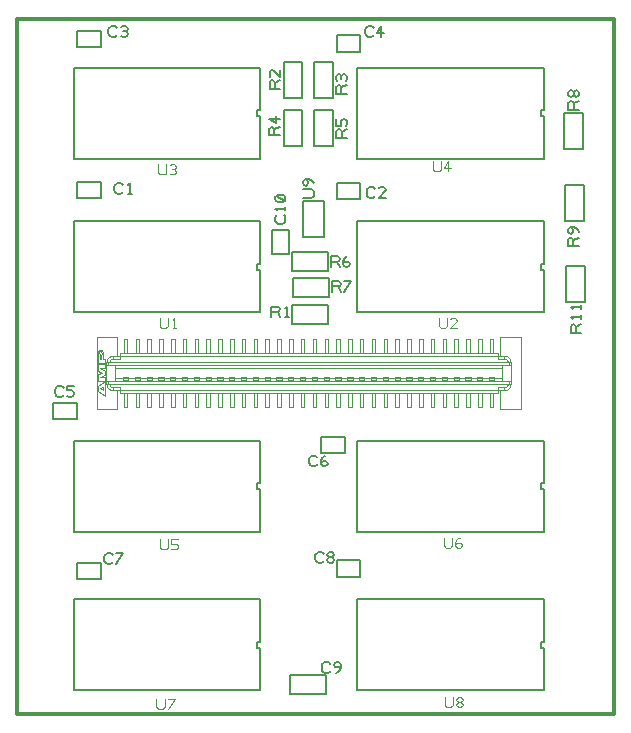
<source format=gbr>
G04 GENERATED BY PULSONIX 10.0 GERBER.DLL 7250*
G04 #@! TF.GenerationSoftware,Pulsonix,Pulsonix,10.0.7250*
G04 #@! TF.CreationDate,2019-09-19T08:44:45--1:00*
G04 #@! TF.Part,Single*
%FSLAX25Y25*%
%LPD*%
%MOIN*%
G04 #@! TF.FileFunction,Legend,Top*
G04 #@! TF.FilePolarity,Positive*
%ADD86C,0.00500*%
G04 #@! TA.AperFunction,NonMaterial*
%ADD89C,0.00500*%
%ADD92C,0.00787*%
G04 #@! TA.AperFunction,Profile*
%ADD117C,0.01200*%
G04 #@! TA.AperFunction,NonMaterial*
%ADD119C,0.00001*%
G04 #@! TD.AperFunction*
%ADD138C,0.00394*%
X0Y0D02*
D02*
D86*
X-81674Y71471D02*
X-81968Y71176D01*
X-82557Y70882*
X-83439*
X-84027Y71176*
X-84321Y71471*
X-84615Y72059*
Y73235*
X-84321Y73824*
X-84027Y74118*
X-83439Y74412*
X-82557*
X-81968Y74118*
X-81674Y73824*
X-80565Y71176D02*
X-79977Y70882D01*
X-79095*
X-78507Y71176*
X-78212Y71765*
Y72059*
X-78507Y72647*
X-79095Y72941*
X-80565*
Y74412*
X-78212*
X-65169Y15644D02*
X-65463Y15350D01*
X-66051Y15056*
X-66934*
X-67522Y15350*
X-67816Y15644*
X-68110Y16232*
Y17409*
X-67816Y17997*
X-67522Y18291*
X-66934Y18585*
X-66051*
X-65463Y18291*
X-65169Y17997*
X-64060Y15056D02*
X-61707Y18585D01*
X-64060*
X-63791Y191431D02*
X-64085Y191137D01*
X-64673Y190843*
X-65556*
X-66144Y191137*
X-66438Y191431*
X-66732Y192019*
Y193196*
X-66438Y193784*
X-66144Y194078*
X-65556Y194372*
X-64673*
X-64085Y194078*
X-63791Y193784*
X-62388Y191137D02*
X-61800Y190843D01*
X-61212*
X-60623Y191137*
X-60329Y191725*
X-60623Y192314*
X-61212Y192608*
X-61800*
X-61212D02*
X-60623Y192902D01*
X-60329Y193490*
X-60623Y194078*
X-61212Y194372*
X-61800*
X-62388Y194078*
X-61823Y139069D02*
X-62117Y138775D01*
X-62705Y138481*
X-63587*
X-64176Y138775*
X-64470Y139069*
X-64764Y139657*
Y140834*
X-64470Y141422*
X-64176Y141716*
X-63587Y142010*
X-62705*
X-62117Y141716*
X-61823Y141422*
X-60126Y138481D02*
X-58949Y138481D01*
X-59537D02*
X-59537Y142010D01*
X-60126Y141422*
X-9662Y157904D02*
X-13191Y157904D01*
Y159963*
X-12897Y160551*
X-12309Y160846*
X-11721Y160551*
X-11427Y159963*
Y157904*
Y159963D02*
X-9662Y160846D01*
Y163425D02*
X-13191Y163425D01*
X-10838Y161954*
Y164307*
X-9465Y173456D02*
X-12994Y173456D01*
Y175514*
X-12700Y176103*
X-12112Y176397*
X-11524Y176103*
X-11230Y175514*
Y173456*
Y175514D02*
X-9465Y176397D01*
Y179858D02*
X-9465Y177506D01*
X-11524Y179564*
X-12112Y179858*
X-12700Y179564*
X-12994Y178976*
Y178094*
X-12700Y177506*
X-12402Y97339D02*
X-12402Y100868D01*
X-10343*
X-9755Y100574*
X-9460Y99986*
X-9755Y99398*
X-10343Y99104*
X-12402*
X-10343D02*
X-9460Y97339D01*
X-7763D02*
X-6587Y97339D01*
X-7175D02*
X-7175Y100868D01*
X-7763Y100280*
X-8282Y131264D02*
X-7987Y130970D01*
X-7693Y130382*
Y129500*
X-7987Y128911*
X-8282Y128617*
X-8870Y128323*
X-10046*
X-10635Y128617*
X-10929Y128911*
X-11223Y129500*
Y130382*
X-10929Y130970*
X-10635Y131264*
X-7693Y132961D02*
X-7693Y134138D01*
Y133550D02*
X-11223Y133550D01*
X-10635Y132961*
X-7987Y136067D02*
X-7693Y136656D01*
Y137244*
X-7987Y137832*
X-8576Y138126*
X-10340*
X-10929Y137832*
X-11223Y137244*
Y136656*
X-10929Y136067*
X-10340Y135773*
X-8576*
X-7987Y136067*
X-10929Y137832*
X-1853Y137008D02*
X794Y137008D01*
X1383Y137302*
X1677Y137890*
Y139067*
X1383Y139655*
X794Y139949*
X-1853*
X1677Y141940D02*
X1383Y142528D01*
X794Y143117*
X-88Y143411*
X-970*
X-1559Y143117*
X-1853Y142528*
Y141940*
X-1559Y141352*
X-970Y141058*
X-382Y141352*
X-88Y141940*
Y142528*
X-382Y143117*
X-970Y143411*
X7272Y-20577D02*
X6978Y-20871D01*
X6390Y-21165*
X5507*
X4919Y-20871*
X4625Y-20577*
X4331Y-19988*
Y-18812*
X4625Y-18224*
X4919Y-17930*
X5507Y-17635*
X6390*
X6978Y-17930*
X7272Y-18224*
X9263Y-21165D02*
X9851Y-20871D01*
X10440Y-20283*
X10734Y-19400*
Y-18518*
X10440Y-17930*
X9851Y-17635*
X9263*
X8675Y-17930*
X8381Y-18518*
X8675Y-19106*
X9263Y-19400*
X9851*
X10440Y-19106*
X10734Y-18518*
X2971Y48242D02*
X2677Y47948D01*
X2089Y47654*
X1207*
X619Y47948*
X324Y48242*
X30Y48830*
Y50007*
X324Y50595*
X619Y50889*
X1207Y51183*
X2089*
X2677Y50889*
X2971Y50595*
X4080Y48536D02*
X4374Y49125D01*
X4963Y49419*
X5551*
X6139Y49125*
X6433Y48536*
X6139Y47948*
X5551Y47654*
X4963*
X4374Y47948*
X4080Y48536*
Y49419*
X4374Y50301*
X4963Y50889*
X5551Y51183*
X12779Y157117D02*
X9250Y157117D01*
Y159176*
X9544Y159764*
X10132Y160058*
X10720Y159764*
X11014Y159176*
Y157117*
Y159176D02*
X12779Y160058D01*
X12485Y161167D02*
X12779Y161755D01*
Y162638*
X12485Y163226*
X11897Y163520*
X11603*
X11014Y163226*
X10720Y162638*
Y161167*
X9250*
Y163520*
X5137Y16156D02*
X4843Y15861D01*
X4254Y15567*
X3372*
X2784Y15861*
X2490Y16156*
X2196Y16744*
Y17920*
X2490Y18509*
X2784Y18803*
X3372Y19097*
X4254*
X4843Y18803*
X5137Y18509*
X7128Y17332D02*
X7716Y17332D01*
X8304Y17626*
X8599Y18214*
X8304Y18803*
X7716Y19097*
X7128*
X6540Y18803*
X6246Y18214*
X6540Y17626*
X7128Y17332*
X6540Y17038*
X6246Y16450*
X6540Y15861*
X7128Y15567*
X7716*
X8304Y15861*
X8599Y16450*
X8304Y17038*
X7716Y17332*
X12740Y171890D02*
X9210Y171890D01*
Y173949*
X9504Y174537*
X10093Y174831*
X10681Y174537*
X10975Y173949*
Y171890*
Y173949D02*
X12740Y174831D01*
X12446Y176234D02*
X12740Y176822D01*
Y177410*
X12446Y177999*
X11857Y178293*
X11269Y177999*
X10975Y177410*
Y176822*
Y177410D02*
X10681Y177999D01*
X10093Y178293*
X9504Y177999*
X9210Y177410*
Y176822*
X9504Y176234*
X7412Y114130D02*
X7412Y117660D01*
X9471*
X10059Y117366*
X10353Y116777*
X10059Y116189*
X9471Y115895*
X7412*
X9471D02*
X10353Y114130D01*
X11462Y115013D02*
X11756Y115601D01*
X12345Y115895*
X12933*
X13521Y115601*
X13815Y115013*
X13521Y114424*
X12933Y114130*
X12345*
X11756Y114424*
X11462Y115013*
Y115895*
X11756Y116777*
X12345Y117366*
X12933Y117660*
X7707Y105823D02*
X7707Y109353D01*
X9766*
X10355Y109059*
X10649Y108470*
X10355Y107882*
X9766Y107588*
X7707*
X9766D02*
X10649Y105823D01*
X11757D02*
X14110Y109353D01*
X11757*
X21672Y191352D02*
X21378Y191058D01*
X20790Y190764*
X19908*
X19319Y191058*
X19025Y191352*
X18731Y191941*
Y193117*
X19025Y193705*
X19319Y194000*
X19908Y194294*
X20790*
X21378Y194000*
X21672Y193705*
X24252Y190764D02*
X24252Y194294D01*
X22781Y191941*
X25134*
X22263Y137809D02*
X21969Y137515D01*
X21380Y137221*
X20498*
X19910Y137515*
X19616Y137809*
X19322Y138397*
Y139574*
X19616Y140162*
X19910Y140456*
X20498Y140750*
X21380*
X21969Y140456*
X22263Y140162*
X25725Y137221D02*
X23372Y137221D01*
X25430Y139280*
X25725Y139868*
X25430Y140456*
X24842Y140750*
X23960*
X23372Y140456*
X89984Y120936D02*
X86454Y120936D01*
Y122995*
X86749Y123583*
X87337Y123877*
X87925Y123583*
X88219Y122995*
Y120936*
Y122995D02*
X89984Y123877D01*
Y125868D02*
X89690Y126456D01*
X89101Y127045*
X88219Y127339*
X87337*
X86749Y127045*
X86454Y126456*
Y125868*
X86749Y125280*
X87337Y124986*
X87925Y125280*
X88219Y125868*
Y126456*
X87925Y127045*
X87337Y127339*
X90141Y166566D02*
X86612Y166566D01*
Y168625*
X86906Y169213*
X87494Y169507*
X88082Y169213*
X88377Y168625*
Y166566*
Y168625D02*
X90141Y169507D01*
X88377Y171498D02*
X88377Y172086D01*
X88082Y172675*
X87494Y172969*
X86906Y172675*
X86612Y172086*
Y171498*
X86906Y170910*
X87494Y170616*
X88082Y170910*
X88377Y171498*
X88671Y170910*
X89259Y170616*
X89847Y170910*
X90141Y171498*
Y172086*
X89847Y172675*
X89259Y172969*
X88671Y172675*
X88377Y172086*
X90929Y92103D02*
X87399Y92103D01*
Y94162*
X87693Y94750*
X88282Y95044*
X88870Y94750*
X89164Y94162*
Y92103*
Y94162D02*
X90929Y95044D01*
Y96741D02*
X90929Y97917D01*
Y97329D02*
X87399Y97329D01*
X87987Y96741*
X90929Y100141D02*
X90929Y101317D01*
Y100729D02*
X87399Y100729D01*
X87987Y100141*
D02*
D89*
X-77318Y68879D02*
X-85280D01*
Y63405*
X-77318*
Y68879*
X-77288Y10078D02*
X-69326D01*
Y15552*
X-77288*
Y10078*
Y137046D02*
X-69326D01*
Y142520*
X-77288*
Y137046*
Y187243D02*
X-69326D01*
Y192717*
X-77288*
Y187243*
X-12068Y126442D02*
Y118480D01*
X-6594*
Y126442*
X-12068*
X-8351Y166461D02*
Y154445D01*
X-2043*
Y166461*
X-8351*
Y182406D02*
Y170390D01*
X-2043*
Y182406*
X-8351*
X-6087Y-28134D02*
X5929D01*
Y-21826*
X-6087*
Y-28134*
X1689Y182406D02*
Y170390D01*
X7997*
Y182406*
X1689*
X1885Y166264D02*
Y154248D01*
X8193*
Y166264*
X1885*
X5138Y124232D02*
Y136044D01*
X-1752*
Y124232*
X5138*
X6520Y101402D02*
X-5496D01*
Y95094*
X6520*
Y101402*
Y119119D02*
X-5496D01*
Y112811*
X6520*
Y119119*
X6717Y110457D02*
X-5299D01*
Y104149*
X6717*
Y110457*
X12170Y57481D02*
X4208D01*
Y52007*
X12170*
Y57481*
X17288Y16339D02*
X9326D01*
Y10865*
X17288*
Y16339*
Y142127D02*
X9326D01*
Y136653*
X17288*
Y142127*
Y191339D02*
X9326D01*
Y185865*
X17288*
Y191339*
X85153Y165476D02*
Y153461D01*
X91461*
Y165476*
X85153*
X85547Y141264D02*
Y129248D01*
X91855*
Y141264*
X85547*
X85940Y114492D02*
Y102476D01*
X92249*
Y114492*
X85940*
D02*
D92*
X-16161Y-26969D02*
X-78327D01*
Y3346*
X-16161*
Y-10827*
X-17146*
Y-12795*
X-16161*
Y-26969*
Y25787D02*
X-78327D01*
Y56102*
X-16161*
Y41929*
X-17146*
Y39961*
X-16161*
Y25787*
Y99016D02*
X-78327D01*
Y129331*
X-16161*
Y115157*
X-17146*
Y113189*
X-16161*
Y99016*
Y150197D02*
X-78327D01*
Y180512*
X-16161*
Y166339*
X-17146*
Y164370*
X-16161*
Y150197*
X78327Y-26969D02*
X16161D01*
Y3346*
X78327*
Y-10827*
X77343*
Y-12795*
X78327*
Y-26969*
Y25787D02*
X16161D01*
Y56102*
X78327*
Y41929*
X77343*
Y39961*
X78327*
Y25787*
Y99016D02*
X16161D01*
Y129331*
X78327*
Y115157*
X77343*
Y113189*
X78327*
Y99016*
Y150197D02*
X16161D01*
Y180512*
X78327*
Y166339*
X77343*
Y164370*
X78327*
Y150197*
D02*
D117*
X-97244Y196654D02*
X101969D01*
Y-34843*
X-97244*
Y196654*
D02*
D119*
X-70669Y90650D02*
Y66831D01*
X-70315Y72602D02*
X-67717Y71161D01*
X-70315Y74565D02*
Y72602D01*
Y76087D02*
X-67717D01*
X-70315Y78346D02*
Y76087D01*
Y79431D02*
X-68971Y78889D01*
X-70315Y81690D02*
Y79431D01*
Y82080D02*
X-67717D01*
X-70315Y84720D02*
Y82080D01*
Y84720D02*
X-70295Y85190D01*
X-70279Y85332D02*
X-70180Y85791D01*
X-70075Y86034D02*
X-69935Y86227D01*
X-69828Y86320D02*
X-69393Y86449D01*
X-69587Y83515D02*
Y84720D01*
X-69393Y73576D02*
X-68647Y73931D01*
X-69393Y77516D02*
X-67717Y78225D01*
X-69393Y80261D02*
X-67717D01*
X-69393Y86449D02*
X-70315Y84720D01*
X-69393Y86449D02*
X-68958Y86318D01*
X-69200Y83515D02*
X-69587D01*
X-69200Y84720D02*
X-69215Y84794D01*
X-69257Y84856*
X-69320Y84898*
X-69393Y84913*
X-69467Y84898*
X-69530Y84856*
X-69572Y84794*
X-69587Y84720*
X-69200D02*
Y83515D01*
X-68971Y78889D02*
X-70315Y78346D01*
X-68851Y86224D02*
X-68715Y86035D01*
X-68647Y73228D02*
X-69393Y73576D01*
X-68647Y73931D02*
Y73228D01*
X-68610Y85792D02*
X-68511Y85332D01*
X-68495Y85186D02*
X-68475Y84720D01*
Y83515D02*
Y84720D01*
X-69393Y86449*
X-67992Y72923D02*
Y74242D01*
X-67717Y74373*
Y71161D02*
Y72794D01*
X-67992Y72923*
X-67717Y74373D02*
Y76005D01*
X-70315Y74565*
X-67717Y76087D02*
Y77516D01*
X-69393*
X-67717Y78225D02*
Y79552D01*
X-69393Y80261*
X-67717D02*
Y81690D01*
X-70315*
X-67717Y82080D02*
Y83515D01*
X-68475*
X-67362Y75157D02*
X-67349Y74915D01*
X-67308Y74676*
X-67241Y74442*
X-67148Y74218*
X-67030Y74005*
X-66890Y73807*
X-66728Y73626*
X-66547Y73465*
X-66349Y73324*
X-66136Y73207*
X-65912Y73114*
X-65679Y73046*
X-65439Y73006*
X-65197Y72992*
X-67362Y76024D02*
Y75157D01*
Y76024D02*
X-67165D01*
X-67362Y81457D02*
Y76024D01*
Y82323D02*
Y81457D01*
X-67165Y76024D02*
X67165D01*
X-67165Y81457D02*
X-66378Y82244D01*
X-67165Y81457D02*
X-67362D01*
X-66378Y75157D02*
X-67362D01*
X-66378D02*
X-66363Y74973D01*
X-66320Y74792*
X-66249Y74621*
X-66152Y74463*
X-66032Y74322*
X-65891Y74202*
X-65733Y74105*
X-65562Y74034*
X-65382Y73991*
X-65197Y73976*
X-66378Y75236D02*
X66378D01*
X-66378D02*
X-67165Y76024D01*
X-66378Y75236D02*
Y75157D01*
Y82323D02*
X-67362D01*
X-66378D02*
Y82244D01*
X-65197Y72992D02*
X-62992D01*
X-65197Y73976D02*
Y72992D01*
Y73976D02*
X-62992D01*
X-65197Y83504D02*
Y84488D01*
Y83504D02*
X-65382Y83489D01*
X-65562Y83446*
X-65733Y83375*
X-65891Y83278*
X-66032Y83158*
X-66152Y83017*
X-66249Y82859*
X-66320Y82688*
X-66363Y82508*
X-66378Y82323*
X-65197Y84488D02*
X-65439Y84475D01*
X-65679Y84434*
X-65912Y84367*
X-66136Y84274*
X-66349Y84156*
X-66547Y84016*
X-66728Y83854*
X-66890Y83673*
X-67030Y83475*
X-67148Y83262*
X-67241Y83038*
X-67308Y82805*
X-67349Y82565*
X-67362Y82323*
X-64567Y76024D02*
Y81457D01*
Y77180D02*
X-61890D01*
X-64567Y80300D02*
X64567D01*
X-63780Y66831D02*
X-70669D01*
X-63780Y72992D02*
Y66831D01*
Y90650D02*
Y84488D01*
Y90650D02*
X-70669D01*
X-62992Y71949D02*
X62992D01*
X-62992D02*
Y72933D01*
X62992*
X-62992Y73976D02*
Y72933D01*
Y83504D02*
X-65197D01*
X-62992Y84488D02*
X-65197D01*
X-62992Y84547D02*
Y85531D01*
Y84547D02*
Y83504D01*
X-61890Y76376D02*
X-60157D01*
X-61890D02*
Y76024D01*
Y77099D02*
X-60157D01*
X-61890D02*
Y76376D01*
Y77559D02*
X-60157D01*
X-61890D02*
Y77099D01*
X-61614Y67309D02*
X-60433D01*
X-61614Y71949D02*
Y67309D01*
Y90171D02*
X-60433D01*
X-61614D02*
Y85531D01*
X-60433Y71949D02*
Y67309D01*
Y90171D02*
Y85531D01*
X-60157Y76376D02*
Y76024D01*
Y77099D02*
Y76376D01*
Y77180D02*
X-57953D01*
X-60157Y77559D02*
Y77099D01*
X-57953Y76376D02*
X-56220D01*
X-57953D02*
Y76024D01*
Y77099D02*
X-56220D01*
X-57953D02*
Y76376D01*
Y77559D02*
X-56220D01*
X-57953D02*
Y77099D01*
X-57677Y67309D02*
X-56496D01*
X-57677Y71949D02*
Y67309D01*
Y90171D02*
X-56496D01*
X-57677D02*
Y85531D01*
X-56496Y71949D02*
Y67309D01*
Y90171D02*
Y85531D01*
X-56220Y76376D02*
Y76024D01*
Y77099D02*
Y76376D01*
Y77180D02*
X-54016D01*
X-56220Y77559D02*
Y77099D01*
X-54016Y76376D02*
X-52283D01*
X-54016D02*
Y76024D01*
Y77099D02*
X-52283D01*
X-54016D02*
Y76376D01*
Y77559D02*
X-52283D01*
X-54016D02*
Y77099D01*
X-53740Y67309D02*
X-52559D01*
X-53740Y71949D02*
Y67309D01*
Y90171D02*
X-52559D01*
X-53740D02*
Y85531D01*
X-52559Y71949D02*
Y67309D01*
Y90171D02*
Y85531D01*
X-52283Y76376D02*
Y76024D01*
Y77099D02*
Y76376D01*
Y77180D02*
X-50079D01*
X-52283Y77559D02*
Y77099D01*
X-50079Y76376D02*
X-48346D01*
X-50079D02*
Y76024D01*
Y77099D02*
X-48346D01*
X-50079D02*
Y76376D01*
Y77559D02*
X-48346D01*
X-50079D02*
Y77099D01*
X-49803Y67309D02*
X-48622D01*
X-49803Y71949D02*
Y67309D01*
Y90171D02*
X-48622D01*
X-49803D02*
Y85531D01*
X-48622Y71949D02*
Y67309D01*
Y90171D02*
Y85531D01*
X-48346Y76376D02*
Y76024D01*
Y77099D02*
Y76376D01*
Y77180D02*
X-46142D01*
X-48346Y77559D02*
Y77099D01*
X-46142Y76376D02*
X-44409D01*
X-46142D02*
Y76024D01*
Y77099D02*
X-44409D01*
X-46142D02*
Y76376D01*
Y77559D02*
X-44409D01*
X-46142D02*
Y77099D01*
X-45866Y67309D02*
X-44685D01*
X-45866Y71949D02*
Y67309D01*
Y90171D02*
X-44685D01*
X-45866D02*
Y85531D01*
X-44685Y71949D02*
Y67309D01*
Y90171D02*
Y85531D01*
X-44409Y76376D02*
Y76024D01*
Y77099D02*
Y76376D01*
Y77180D02*
X-42205D01*
X-44409Y77559D02*
Y77099D01*
X-42205Y76376D02*
X-40472D01*
X-42205D02*
Y76024D01*
Y77099D02*
X-40472D01*
X-42205D02*
Y76376D01*
Y77559D02*
X-40472D01*
X-42205D02*
Y77099D01*
X-41929Y67309D02*
X-40748D01*
X-41929Y71949D02*
Y67309D01*
Y90171D02*
X-40748D01*
X-41929D02*
Y85531D01*
X-40748Y71949D02*
Y67309D01*
Y90171D02*
Y85531D01*
X-40472Y76376D02*
Y76024D01*
Y77099D02*
Y76376D01*
Y77180D02*
X-38268D01*
X-40472Y77559D02*
Y77099D01*
X-38268Y76376D02*
X-36535D01*
X-38268D02*
Y76024D01*
Y77099D02*
X-36535D01*
X-38268D02*
Y76376D01*
Y77559D02*
X-36535D01*
X-38268D02*
Y77099D01*
X-37992Y67309D02*
X-36811D01*
X-37992Y71949D02*
Y67309D01*
Y90171D02*
X-36811D01*
X-37992D02*
Y85531D01*
X-36811Y71949D02*
Y67309D01*
Y90171D02*
Y85531D01*
X-36535Y76376D02*
Y76024D01*
Y77099D02*
Y76376D01*
Y77180D02*
X-34331D01*
X-36535Y77559D02*
Y77099D01*
X-34331Y76376D02*
X-32598D01*
X-34331D02*
Y76024D01*
Y77099D02*
X-32598D01*
X-34331D02*
Y76376D01*
Y77559D02*
X-32598D01*
X-34331D02*
Y77099D01*
X-34055Y67309D02*
X-32874D01*
X-34055Y71949D02*
Y67309D01*
Y90171D02*
X-32874D01*
X-34055D02*
Y85531D01*
X-32874Y71949D02*
Y67309D01*
Y90171D02*
Y85531D01*
X-32598Y76376D02*
Y76024D01*
Y77099D02*
Y76376D01*
Y77180D02*
X-30394D01*
X-32598Y77559D02*
Y77099D01*
X-30394Y76376D02*
X-28661D01*
X-30394D02*
Y76024D01*
Y77099D02*
X-28661D01*
X-30394D02*
Y76376D01*
Y77559D02*
X-28661D01*
X-30394D02*
Y77099D01*
X-30118Y67309D02*
X-28937D01*
X-30118Y71949D02*
Y67309D01*
Y90171D02*
X-28937D01*
X-30118D02*
Y85531D01*
X-28937Y71949D02*
Y67309D01*
Y90171D02*
Y85531D01*
X-28661Y76376D02*
Y76024D01*
Y77099D02*
Y76376D01*
Y77180D02*
X-26457D01*
X-28661Y77559D02*
Y77099D01*
X-26457Y76376D02*
X-24724D01*
X-26457D02*
Y76024D01*
Y77099D02*
X-24724D01*
X-26457D02*
Y76376D01*
Y77559D02*
X-24724D01*
X-26457D02*
Y77099D01*
X-26181Y67309D02*
X-25000D01*
X-26181Y71949D02*
Y67309D01*
Y90171D02*
X-25000D01*
X-26181D02*
Y85531D01*
X-25000Y71949D02*
Y67309D01*
Y90171D02*
Y85531D01*
X-24724Y76376D02*
Y76024D01*
Y77099D02*
Y76376D01*
Y77180D02*
X-22520D01*
X-24724Y77559D02*
Y77099D01*
X-22520Y76376D02*
X-20787D01*
X-22520D02*
Y76024D01*
Y77099D02*
X-20787D01*
X-22520D02*
Y76376D01*
Y77559D02*
X-20787D01*
X-22520D02*
Y77099D01*
X-22244Y67309D02*
X-21063D01*
X-22244Y71949D02*
Y67309D01*
Y90171D02*
X-21063D01*
X-22244D02*
Y85531D01*
X-21063Y71949D02*
Y67309D01*
Y90171D02*
Y85531D01*
X-20787Y76376D02*
Y76024D01*
Y77099D02*
Y76376D01*
Y77180D02*
X-18583D01*
X-20787Y77559D02*
Y77099D01*
X-18583Y76376D02*
X-16850D01*
X-18583D02*
Y76024D01*
Y77099D02*
X-16850D01*
X-18583D02*
Y76376D01*
Y77559D02*
X-16850D01*
X-18583D02*
Y77099D01*
X-18307Y67309D02*
X-17126D01*
X-18307Y71949D02*
Y67309D01*
Y90171D02*
X-17126D01*
X-18307D02*
Y85531D01*
X-17126Y71949D02*
Y67309D01*
Y90171D02*
Y85531D01*
X-16850Y76376D02*
Y76024D01*
Y77099D02*
Y76376D01*
Y77180D02*
X-14646D01*
X-16850Y77559D02*
Y77099D01*
X-14646Y76376D02*
X-12913D01*
X-14646D02*
Y76024D01*
Y77099D02*
X-12913D01*
X-14646D02*
Y76376D01*
Y77559D02*
X-12913D01*
X-14646D02*
Y77099D01*
X-14370Y67309D02*
X-13189D01*
X-14370Y71949D02*
Y67309D01*
Y90171D02*
X-13189D01*
X-14370D02*
Y85531D01*
X-13189Y71949D02*
Y67309D01*
Y90171D02*
Y85531D01*
X-12913Y76376D02*
Y76024D01*
Y77099D02*
Y76376D01*
Y77180D02*
X-10709D01*
X-12913Y77559D02*
Y77099D01*
X-10709Y76376D02*
X-8976D01*
X-10709D02*
Y76024D01*
Y77099D02*
X-8976D01*
X-10709D02*
Y76376D01*
Y77559D02*
X-8976D01*
X-10709D02*
Y77099D01*
X-10433Y67309D02*
X-9252D01*
X-10433Y71949D02*
Y67309D01*
Y90171D02*
X-9252D01*
X-10433D02*
Y85531D01*
X-9252Y71949D02*
Y67309D01*
Y90171D02*
Y85531D01*
X-8976Y76376D02*
Y76024D01*
Y77099D02*
Y76376D01*
Y77180D02*
X-6772D01*
X-8976Y77559D02*
Y77099D01*
X-6772Y76376D02*
X-5039D01*
X-6772D02*
Y76024D01*
Y77099D02*
X-5039D01*
X-6772D02*
Y76376D01*
Y77559D02*
X-5039D01*
X-6772D02*
Y77099D01*
X-6496Y67309D02*
X-5315D01*
X-6496Y71949D02*
Y67309D01*
Y90171D02*
X-5315D01*
X-6496D02*
Y85531D01*
X-5315Y71949D02*
Y67309D01*
Y90171D02*
Y85531D01*
X-5039Y76376D02*
Y76024D01*
Y77099D02*
Y76376D01*
Y77180D02*
X-2835D01*
X-5039Y77559D02*
Y77099D01*
X-2835Y76376D02*
X-1102D01*
X-2835D02*
Y76024D01*
Y77099D02*
X-1102D01*
X-2835D02*
Y76376D01*
Y77559D02*
X-1102D01*
X-2835D02*
Y77099D01*
X-2559Y67309D02*
X-1378D01*
X-2559Y71949D02*
Y67309D01*
Y90171D02*
X-1378D01*
X-2559D02*
Y85531D01*
X-1378Y71949D02*
Y67309D01*
Y90171D02*
Y85531D01*
X-1102Y76376D02*
Y76024D01*
Y77099D02*
Y76376D01*
Y77180D02*
X1102D01*
X-1102Y77559D02*
Y77099D01*
X1102Y76376D02*
X2835D01*
X1102D02*
Y76024D01*
Y77099D02*
X2835D01*
X1102D02*
Y76376D01*
Y77559D02*
X2835D01*
X1102D02*
Y77099D01*
X1378Y67309D02*
X2559D01*
X1378Y71949D02*
Y67309D01*
Y90171D02*
X2559D01*
X1378D02*
Y85531D01*
X2559Y71949D02*
Y67309D01*
Y90171D02*
Y85531D01*
X2835Y76376D02*
Y76024D01*
Y77099D02*
Y76376D01*
Y77180D02*
X5039D01*
X2835Y77559D02*
Y77099D01*
X5039Y76376D02*
X6772D01*
X5039D02*
Y76024D01*
Y77099D02*
X6772D01*
X5039D02*
Y76376D01*
Y77559D02*
X6772D01*
X5039D02*
Y77099D01*
X5315Y67309D02*
X6496D01*
X5315Y71949D02*
Y67309D01*
Y90171D02*
X6496D01*
X5315D02*
Y85531D01*
X6496Y71949D02*
Y67309D01*
Y90171D02*
Y85531D01*
X6772Y76376D02*
Y76024D01*
Y77099D02*
Y76376D01*
Y77180D02*
X8976D01*
X6772Y77559D02*
Y77099D01*
X8976Y76376D02*
X10709D01*
X8976D02*
Y76024D01*
Y77099D02*
X10709D01*
X8976D02*
Y76376D01*
Y77559D02*
X10709D01*
X8976D02*
Y77099D01*
X9252Y67309D02*
X10433D01*
X9252Y71949D02*
Y67309D01*
Y90171D02*
X10433D01*
X9252D02*
Y85531D01*
X10433Y71949D02*
Y67309D01*
Y90171D02*
Y85531D01*
X10709Y76376D02*
Y76024D01*
Y77099D02*
Y76376D01*
Y77180D02*
X12913D01*
X10709Y77559D02*
Y77099D01*
X12913Y76376D02*
X14646D01*
X12913D02*
Y76024D01*
Y77099D02*
X14646D01*
X12913D02*
Y76376D01*
Y77559D02*
X14646D01*
X12913D02*
Y77099D01*
X13189Y67309D02*
X14370D01*
X13189Y71949D02*
Y67309D01*
Y90171D02*
X14370D01*
X13189D02*
Y85531D01*
X14370Y71949D02*
Y67309D01*
Y90171D02*
Y85531D01*
X14646Y76376D02*
Y76024D01*
Y77099D02*
Y76376D01*
Y77180D02*
X16850D01*
X14646Y77559D02*
Y77099D01*
X16850Y76376D02*
X18583D01*
X16850D02*
Y76024D01*
Y77099D02*
X18583D01*
X16850D02*
Y76376D01*
Y77559D02*
X18583D01*
X16850D02*
Y77099D01*
X17126Y67309D02*
X18307D01*
X17126Y71949D02*
Y67309D01*
Y90171D02*
X18307D01*
X17126D02*
Y85531D01*
X18307Y71949D02*
Y67309D01*
Y90171D02*
Y85531D01*
X18583Y76376D02*
Y76024D01*
Y77099D02*
Y76376D01*
Y77180D02*
X20787D01*
X18583Y77559D02*
Y77099D01*
X20787Y76376D02*
X22520D01*
X20787D02*
Y76024D01*
Y77099D02*
X22520D01*
X20787D02*
Y76376D01*
Y77559D02*
X22520D01*
X20787D02*
Y77099D01*
X21063Y67309D02*
X22244D01*
X21063Y71949D02*
Y67309D01*
Y90171D02*
X22244D01*
X21063D02*
Y85531D01*
X22244Y71949D02*
Y67309D01*
Y90171D02*
Y85531D01*
X22520Y76376D02*
Y76024D01*
Y77099D02*
Y76376D01*
Y77180D02*
X24724D01*
X22520Y77559D02*
Y77099D01*
X24724Y76376D02*
X26457D01*
X24724D02*
Y76024D01*
Y77099D02*
X26457D01*
X24724D02*
Y76376D01*
Y77559D02*
X26457D01*
X24724D02*
Y77099D01*
X25000Y67309D02*
X26181D01*
X25000Y71949D02*
Y67309D01*
Y90171D02*
X26181D01*
X25000D02*
Y85531D01*
X26181Y71949D02*
Y67309D01*
Y90171D02*
Y85531D01*
X26457Y76376D02*
Y76024D01*
Y77099D02*
Y76376D01*
Y77180D02*
X28661D01*
X26457Y77559D02*
Y77099D01*
X28661Y76376D02*
X30394D01*
X28661D02*
Y76024D01*
Y77099D02*
X30394D01*
X28661D02*
Y76376D01*
Y77559D02*
X30394D01*
X28661D02*
Y77099D01*
X28937Y67309D02*
X30118D01*
X28937Y71949D02*
Y67309D01*
Y90171D02*
X30118D01*
X28937D02*
Y85531D01*
X30118Y71949D02*
Y67309D01*
Y90171D02*
Y85531D01*
X30394Y76376D02*
Y76024D01*
Y77099D02*
Y76376D01*
Y77180D02*
X32598D01*
X30394Y77559D02*
Y77099D01*
X32598Y76376D02*
X34331D01*
X32598D02*
Y76024D01*
Y77099D02*
X34331D01*
X32598D02*
Y76376D01*
Y77559D02*
X34331D01*
X32598D02*
Y77099D01*
X32874Y67309D02*
X34055D01*
X32874Y71949D02*
Y67309D01*
Y90171D02*
X34055D01*
X32874D02*
Y85531D01*
X34055Y71949D02*
Y67309D01*
Y90171D02*
Y85531D01*
X34331Y76376D02*
Y76024D01*
Y77099D02*
Y76376D01*
Y77180D02*
X36535D01*
X34331Y77559D02*
Y77099D01*
X36535Y76376D02*
X38268D01*
X36535D02*
Y76024D01*
Y77099D02*
X38268D01*
X36535D02*
Y76376D01*
Y77559D02*
X38268D01*
X36535D02*
Y77099D01*
X36811Y67309D02*
X37992D01*
X36811Y71949D02*
Y67309D01*
Y90171D02*
X37992D01*
X36811D02*
Y85531D01*
X37992Y71949D02*
Y67309D01*
Y90171D02*
Y85531D01*
X38268Y76376D02*
Y76024D01*
Y77099D02*
Y76376D01*
Y77180D02*
X40472D01*
X38268Y77559D02*
Y77099D01*
X40472Y76376D02*
X42205D01*
X40472D02*
Y76024D01*
Y77099D02*
X42205D01*
X40472D02*
Y76376D01*
Y77559D02*
X42205D01*
X40472D02*
Y77099D01*
X40748Y67309D02*
X41929D01*
X40748Y71949D02*
Y67309D01*
Y90171D02*
X41929D01*
X40748D02*
Y85531D01*
X41929Y71949D02*
Y67309D01*
Y90171D02*
Y85531D01*
X42205Y76376D02*
Y76024D01*
Y77099D02*
Y76376D01*
Y77180D02*
X44409D01*
X42205Y77559D02*
Y77099D01*
X44409Y76376D02*
X46142D01*
X44409D02*
Y76024D01*
Y77099D02*
X46142D01*
X44409D02*
Y76376D01*
Y77559D02*
X46142D01*
X44409D02*
Y77099D01*
X44685Y67309D02*
X45866D01*
X44685Y71949D02*
Y67309D01*
Y90171D02*
X45866D01*
X44685D02*
Y85531D01*
X45866Y71949D02*
Y67309D01*
Y90171D02*
Y85531D01*
X46142Y76376D02*
Y76024D01*
Y77099D02*
Y76376D01*
Y77180D02*
X48346D01*
X46142Y77559D02*
Y77099D01*
X48346Y76376D02*
X50079D01*
X48346D02*
Y76024D01*
Y77099D02*
X50079D01*
X48346D02*
Y76376D01*
Y77559D02*
X50079D01*
X48346D02*
Y77099D01*
X48622Y67309D02*
X49803D01*
X48622Y71949D02*
Y67309D01*
Y90171D02*
X49803D01*
X48622D02*
Y85531D01*
X49803Y71949D02*
Y67309D01*
Y90171D02*
Y85531D01*
X50079Y76376D02*
Y76024D01*
Y77099D02*
Y76376D01*
Y77180D02*
X52283D01*
X50079Y77559D02*
Y77099D01*
X52283Y76376D02*
X54016D01*
X52283D02*
Y76024D01*
Y77099D02*
X54016D01*
X52283D02*
Y76376D01*
Y77559D02*
X54016D01*
X52283D02*
Y77099D01*
X52559Y67309D02*
X53740D01*
X52559Y71949D02*
Y67309D01*
Y90171D02*
X53740D01*
X52559D02*
Y85531D01*
X53740Y71949D02*
Y67309D01*
Y90171D02*
Y85531D01*
X54016Y76376D02*
Y76024D01*
Y77099D02*
Y76376D01*
Y77180D02*
X56220D01*
X54016Y77559D02*
Y77099D01*
X56220Y76376D02*
X57953D01*
X56220D02*
Y76024D01*
Y77099D02*
X57953D01*
X56220D02*
Y76376D01*
Y77559D02*
X57953D01*
X56220D02*
Y77099D01*
X56496Y67309D02*
X57677D01*
X56496Y71949D02*
Y67309D01*
Y90171D02*
X57677D01*
X56496D02*
Y85531D01*
X57677Y71949D02*
Y67309D01*
Y90171D02*
Y85531D01*
X57953Y76376D02*
Y76024D01*
Y77099D02*
Y76376D01*
Y77180D02*
X60157D01*
X57953Y77559D02*
Y77099D01*
X60157Y76376D02*
X61890D01*
X60157D02*
Y76024D01*
Y77099D02*
X61890D01*
X60157D02*
Y76376D01*
Y77559D02*
X61890D01*
X60157D02*
Y77099D01*
X60433Y67309D02*
X61614D01*
X60433Y71949D02*
Y67309D01*
Y90171D02*
X61614D01*
X60433D02*
Y85531D01*
X61614Y71949D02*
Y67309D01*
Y90171D02*
Y85531D01*
X61890Y76376D02*
Y76024D01*
Y77099D02*
Y76376D01*
Y77180D02*
X64567D01*
X61890Y77559D02*
Y77099D01*
X62992Y72933D02*
Y71949D01*
Y72933D02*
Y73976D01*
Y72992D02*
X65197D01*
X62992Y73976D02*
X65197D01*
X62992Y83504D02*
Y84547D01*
X-62992*
X62992Y85531D02*
X-62992D01*
X62992D02*
Y84547D01*
X63780Y72992D02*
Y66831D01*
Y90650D02*
Y84488D01*
X64567Y81457D02*
Y76024D01*
X65197Y72992D02*
X65439Y73006D01*
X65679Y73046*
X65912Y73114*
X66136Y73207*
X66349Y73324*
X66547Y73465*
X66728Y73626*
X66890Y73807*
X67030Y74005*
X67148Y74218*
X67241Y74442*
X67308Y74676*
X67349Y74915*
X67362Y75157*
X65197Y73976D02*
Y72992D01*
Y73976D02*
X65382Y73991D01*
X65562Y74034*
X65733Y74105*
X65891Y74202*
X66032Y74322*
X66152Y74463*
X66249Y74621*
X66320Y74793*
X66363Y74973*
X66378Y75157*
X65197Y83504D02*
Y84488D01*
Y83504D02*
X62992D01*
X65197Y84488D02*
X62992D01*
X66378Y75157D02*
X67362D01*
X66378D02*
Y75236D01*
Y82244D02*
X-66378D01*
X66378D02*
X67165Y81457D01*
X66378Y82244D02*
Y82323D01*
X67362*
X66378D02*
X66363Y82508D01*
X66320Y82688*
X66249Y82859*
X66152Y83017*
X66032Y83158*
X65891Y83278*
X65733Y83375*
X65562Y83446*
X65382Y83489*
X65197Y83504*
X67165Y76024D02*
X67362D01*
X67165D02*
X66378Y75236D01*
X67165Y81457D02*
X-67165D01*
X67362Y75157D02*
Y76024D01*
Y81457D02*
Y82323D01*
Y81457D02*
Y76024D01*
Y81457D02*
X67165D01*
X67362Y82323D02*
X67349Y82565D01*
X67308Y82805*
X67241Y83038*
X67148Y83262*
X67030Y83475*
X66890Y83673*
X66728Y83854*
X66547Y84016*
X66349Y84156*
X66136Y84274*
X65912Y84367*
X65679Y84434*
X65439Y84475*
X65197Y84488*
X70669Y66831D02*
X63780D01*
X70669Y90650D02*
Y66831D01*
Y90650D02*
X63780D01*
D02*
D138*
X-50740Y-29887D02*
X-50740Y-32388D01*
X-50462Y-32944*
X-49906Y-33221*
X-48795*
X-48239Y-32944*
X-47961Y-32388*
Y-29887*
X-46913Y-33221D02*
X-44690Y-29887D01*
X-46913*
X-50150Y148263D02*
X-50150Y145762D01*
X-49872Y145206*
X-49316Y144928*
X-48204*
X-47648Y145206*
X-47371Y145762*
Y148263*
X-46045Y145206D02*
X-45489Y144928D01*
X-44933*
X-44377Y145206*
X-44100Y145762*
X-44377Y146318*
X-44933Y146596*
X-45489*
X-44933D02*
X-44377Y146874D01*
X-44100Y147429*
X-44377Y147985*
X-44933Y148263*
X-45489*
X-46045Y147985*
X-49677Y97062D02*
X-49677Y94561D01*
X-49399Y94005*
X-48843Y93727*
X-47732*
X-47176Y94005*
X-46898Y94561*
Y97062*
X-45295Y93727D02*
X-44183Y93727D01*
X-44739D02*
X-44739Y97062D01*
X-45295Y96506*
X-49559Y23263D02*
X-49559Y20762D01*
X-49281Y20206*
X-48725Y19928*
X-47614*
X-47058Y20206*
X-46780Y20762*
Y23263*
X-45732Y20206D02*
X-45176Y19928D01*
X-44343*
X-43787Y20206*
X-43509Y20762*
Y21040*
X-43787Y21596*
X-44343Y21874*
X-45732*
Y23263*
X-43509*
X41386Y149247D02*
X41386Y146746D01*
X41664Y146190*
X42220Y145912*
X43331*
X43887Y146190*
X44165Y146746*
Y149247*
X46602Y145912D02*
X46602Y149247D01*
X45213Y147024*
X47436*
X43433Y97062D02*
X43433Y94561D01*
X43711Y94005*
X44267Y93727*
X45378*
X45934Y94005*
X46212Y94561*
Y97062*
X49483Y93727D02*
X47260Y93727D01*
X49205Y95673*
X49483Y96229*
X49205Y96784*
X48649Y97062*
X47816*
X47260Y96784*
X45126Y23854D02*
X45126Y21352D01*
X45404Y20797*
X45960Y20519*
X47071*
X47627Y20797*
X47905Y21352*
Y23854*
X48953Y21352D02*
X49231Y21908D01*
X49786Y22186*
X50342*
X50898Y21908*
X51176Y21352*
X50898Y20797*
X50342Y20519*
X49786*
X49231Y20797*
X48953Y21352*
Y22186*
X49231Y23020*
X49786Y23576*
X50342Y23854*
X45323Y-29296D02*
X45323Y-31797D01*
X45601Y-32353*
X46157Y-32631*
X47268*
X47824Y-32353*
X48102Y-31797*
Y-29296*
X49983Y-30963D02*
X50539Y-30963D01*
X51095Y-30686*
X51373Y-30130*
X51095Y-29574*
X50539Y-29296*
X49983*
X49428Y-29574*
X49150Y-30130*
X49428Y-30686*
X49983Y-30963*
X49428Y-31241*
X49150Y-31797*
X49428Y-32353*
X49983Y-32631*
X50539*
X51095Y-32353*
X51373Y-31797*
X51095Y-31241*
X50539Y-30963*
X0Y0D02*
M02*

</source>
